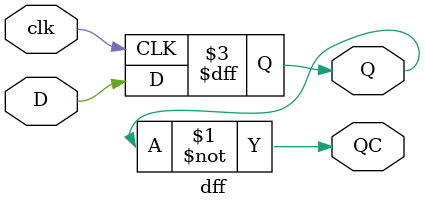
<source format=v>
`timescale 1ns / 1ps

 
module dff(
input D,
input clk,
output reg Q,
output QC
);
assign QC=~Q;
always@(posedge clk)
begin 
Q<=D;
end
endmodule

</source>
